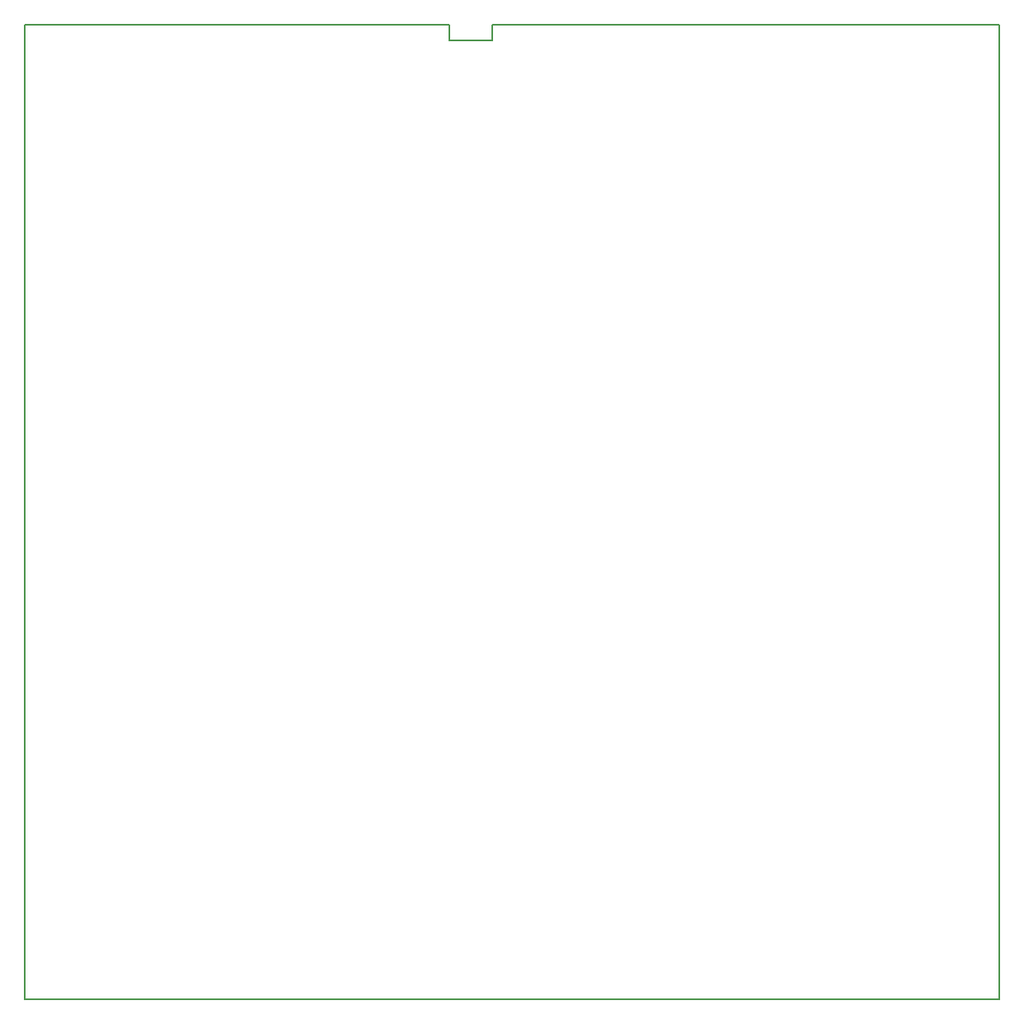
<source format=gbr>
%TF.GenerationSoftware,KiCad,Pcbnew,(5.1.10)-1*%
%TF.CreationDate,2022-11-11T04:49:51+00:00*%
%TF.ProjectId,HeikouBox,4865696b-6f75-4426-9f78-2e6b69636164,rev?*%
%TF.SameCoordinates,Original*%
%TF.FileFunction,Profile,NP*%
%FSLAX46Y46*%
G04 Gerber Fmt 4.6, Leading zero omitted, Abs format (unit mm)*
G04 Created by KiCad (PCBNEW (5.1.10)-1) date 2022-11-11 04:49:51*
%MOMM*%
%LPD*%
G01*
G04 APERTURE LIST*
%TA.AperFunction,Profile*%
%ADD10C,0.150000*%
%TD*%
G04 APERTURE END LIST*
D10*
X62800000Y-20400000D02*
X114800000Y-20400000D01*
X62800000Y-22000000D02*
X62800000Y-20400000D01*
X58400000Y-22000000D02*
X62800000Y-22000000D01*
X58400000Y-20400000D02*
X58400000Y-22000000D01*
X114800000Y-120400000D02*
X114800000Y-20400000D01*
X14800000Y-120400000D02*
X114800000Y-120400000D01*
X14800000Y-20400000D02*
X14800000Y-120400000D01*
X58400000Y-20400000D02*
X14800000Y-20400000D01*
M02*

</source>
